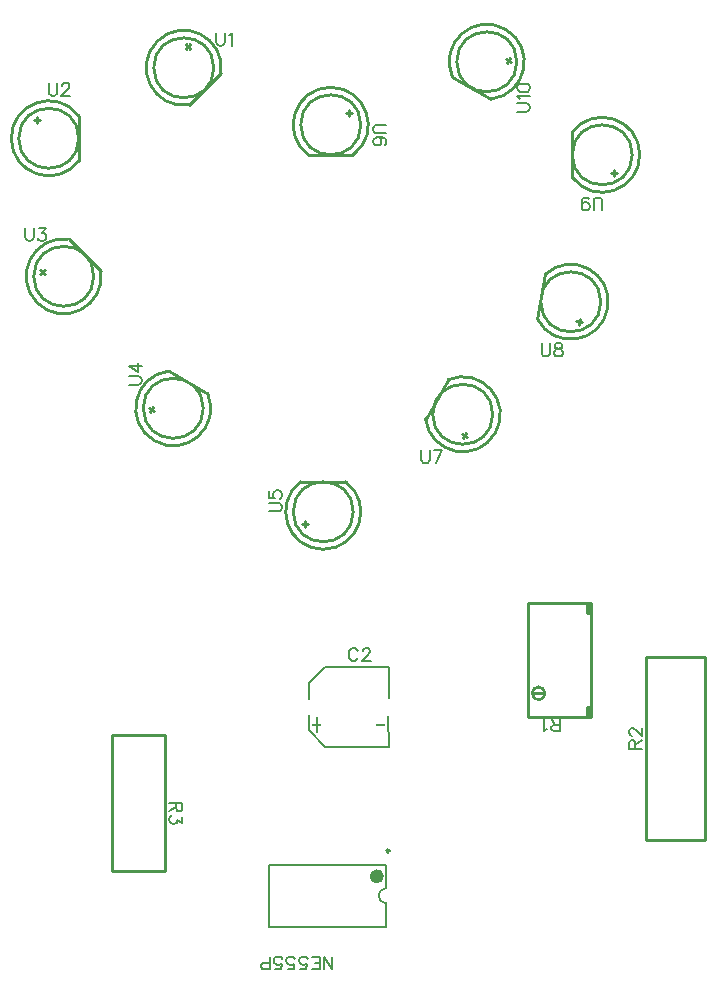
<source format=gto>
G04 Layer: TopSilkscreenLayer*
G04 EasyEDA v6.5.44, 2024-08-08 08:25:12*
G04 3ea92b5279af498992845473a6f1f495,b0d0efe6ac584fe99c24f131b36d675a,10*
G04 Gerber Generator version 0.2*
G04 Scale: 100 percent, Rotated: No, Reflected: No *
G04 Dimensions in millimeters *
G04 leading zeros omitted , absolute positions ,4 integer and 5 decimal *
%FSLAX45Y45*%
%MOMM*%

%ADD10C,0.1524*%
%ADD11C,0.2000*%
%ADD12C,0.2540*%
%ADD13C,0.2500*%
%ADD14C,0.6000*%
%ADD15C,0.0154*%

%LPD*%
D10*
X890778Y-1955292D02*
G01*
X885444Y-1944878D01*
X875029Y-1934463D01*
X864870Y-1929384D01*
X844042Y-1929384D01*
X833628Y-1934463D01*
X823213Y-1944878D01*
X817879Y-1955292D01*
X812800Y-1971039D01*
X812800Y-1996947D01*
X817879Y-2012442D01*
X823213Y-2022855D01*
X833628Y-2033270D01*
X844042Y-2038350D01*
X864870Y-2038350D01*
X875029Y-2033270D01*
X885444Y-2022855D01*
X890778Y-2012442D01*
X930147Y-1955292D02*
G01*
X930147Y-1950212D01*
X935481Y-1939797D01*
X940562Y-1934463D01*
X950976Y-1929384D01*
X971804Y-1929384D01*
X982218Y-1934463D01*
X987297Y-1939797D01*
X992631Y-1950212D01*
X992631Y-1960626D01*
X987297Y-1971039D01*
X976884Y-1986534D01*
X925068Y-2038350D01*
X997712Y-2038350D01*
X673100Y-4649215D02*
G01*
X673100Y-4540250D01*
X673100Y-4649215D02*
G01*
X600455Y-4540250D01*
X600455Y-4649215D02*
G01*
X600455Y-4540250D01*
X566165Y-4649215D02*
G01*
X566165Y-4540250D01*
X566165Y-4649215D02*
G01*
X498602Y-4649215D01*
X566165Y-4597400D02*
G01*
X524510Y-4597400D01*
X566165Y-4540250D02*
G01*
X498602Y-4540250D01*
X401828Y-4649215D02*
G01*
X453897Y-4649215D01*
X458978Y-4602479D01*
X453897Y-4607560D01*
X438150Y-4612894D01*
X422655Y-4612894D01*
X407162Y-4607560D01*
X396747Y-4597400D01*
X391413Y-4581652D01*
X391413Y-4571237D01*
X396747Y-4555744D01*
X407162Y-4545329D01*
X422655Y-4540250D01*
X438150Y-4540250D01*
X453897Y-4545329D01*
X458978Y-4550410D01*
X464312Y-4560823D01*
X294894Y-4649215D02*
G01*
X346710Y-4649215D01*
X352044Y-4602479D01*
X346710Y-4607560D01*
X331215Y-4612894D01*
X315721Y-4612894D01*
X299973Y-4607560D01*
X289560Y-4597400D01*
X284479Y-4581652D01*
X284479Y-4571237D01*
X289560Y-4555744D01*
X299973Y-4545329D01*
X315721Y-4540250D01*
X331215Y-4540250D01*
X346710Y-4545329D01*
X352044Y-4550410D01*
X357123Y-4560823D01*
X187960Y-4649215D02*
G01*
X239776Y-4649215D01*
X245110Y-4602479D01*
X239776Y-4607560D01*
X224281Y-4612894D01*
X208534Y-4612894D01*
X193039Y-4607560D01*
X182626Y-4597400D01*
X177545Y-4581652D01*
X177545Y-4571237D01*
X182626Y-4555744D01*
X193039Y-4545329D01*
X208534Y-4540250D01*
X224281Y-4540250D01*
X239776Y-4545329D01*
X245110Y-4550410D01*
X250189Y-4560823D01*
X143255Y-4649215D02*
G01*
X143255Y-4540250D01*
X143255Y-4649215D02*
G01*
X96520Y-4649215D01*
X80771Y-4644136D01*
X75692Y-4638802D01*
X70357Y-4628387D01*
X70357Y-4612894D01*
X75692Y-4602479D01*
X80771Y-4597400D01*
X96520Y-4592065D01*
X143255Y-4592065D01*
X2597500Y-2630931D02*
G01*
X2597500Y-2521965D01*
X2597500Y-2630931D02*
G01*
X2550764Y-2630931D01*
X2535270Y-2625852D01*
X2529936Y-2620518D01*
X2524856Y-2610104D01*
X2524856Y-2599689D01*
X2529936Y-2589276D01*
X2535270Y-2584195D01*
X2550764Y-2579115D01*
X2597500Y-2579115D01*
X2561178Y-2579115D02*
G01*
X2524856Y-2521965D01*
X2490566Y-2610104D02*
G01*
X2480152Y-2615437D01*
X2464404Y-2630931D01*
X2464404Y-2521965D01*
X3186684Y-2781300D02*
G01*
X3295650Y-2781300D01*
X3186684Y-2781300D02*
G01*
X3186684Y-2734563D01*
X3191763Y-2719070D01*
X3197097Y-2713736D01*
X3207511Y-2708655D01*
X3217925Y-2708655D01*
X3228340Y-2713736D01*
X3233420Y-2719070D01*
X3238500Y-2734563D01*
X3238500Y-2781300D01*
X3238500Y-2744978D02*
G01*
X3295650Y-2708655D01*
X3212591Y-2669031D02*
G01*
X3207511Y-2669031D01*
X3197097Y-2663952D01*
X3191763Y-2658618D01*
X3186684Y-2648204D01*
X3186684Y-2627629D01*
X3191763Y-2617215D01*
X3197097Y-2611881D01*
X3207511Y-2606802D01*
X3217925Y-2606802D01*
X3228340Y-2611881D01*
X3243834Y-2622295D01*
X3295650Y-2674365D01*
X3295650Y-2601468D01*
X-595884Y-3238500D02*
G01*
X-704850Y-3238500D01*
X-595884Y-3238500D02*
G01*
X-595884Y-3285236D01*
X-600963Y-3300729D01*
X-606297Y-3306063D01*
X-616712Y-3311144D01*
X-627126Y-3311144D01*
X-637539Y-3306063D01*
X-642620Y-3300729D01*
X-647700Y-3285236D01*
X-647700Y-3238500D01*
X-647700Y-3274821D02*
G01*
X-704850Y-3311144D01*
X-595884Y-3355847D02*
G01*
X-595884Y-3412997D01*
X-637539Y-3382010D01*
X-637539Y-3397504D01*
X-642620Y-3407918D01*
X-647700Y-3412997D01*
X-663447Y-3418331D01*
X-673862Y-3418331D01*
X-689355Y-3412997D01*
X-699770Y-3402584D01*
X-704850Y-3387089D01*
X-704850Y-3371595D01*
X-699770Y-3355847D01*
X-694689Y-3350768D01*
X-684276Y-3345434D01*
X-307098Y3281248D02*
G01*
X-307098Y3203270D01*
X-302018Y3187776D01*
X-291604Y3177362D01*
X-275856Y3172282D01*
X-265442Y3172282D01*
X-249948Y3177362D01*
X-239534Y3187776D01*
X-234454Y3203270D01*
X-234454Y3281248D01*
X-200164Y3260420D02*
G01*
X-189750Y3265754D01*
X-174002Y3281248D01*
X-174002Y3172282D01*
X-1727200Y2858515D02*
G01*
X-1727200Y2780537D01*
X-1722120Y2765044D01*
X-1711705Y2754629D01*
X-1695957Y2749550D01*
X-1685544Y2749550D01*
X-1670050Y2754629D01*
X-1659636Y2765044D01*
X-1654555Y2780537D01*
X-1654555Y2858515D01*
X-1614931Y2832607D02*
G01*
X-1614931Y2837687D01*
X-1609852Y2848102D01*
X-1604518Y2853436D01*
X-1594104Y2858515D01*
X-1573529Y2858515D01*
X-1563115Y2853436D01*
X-1557781Y2848102D01*
X-1552702Y2837687D01*
X-1552702Y2827273D01*
X-1557781Y2816860D01*
X-1568195Y2801365D01*
X-1620265Y2749550D01*
X-1547368Y2749550D01*
X-1926963Y1628094D02*
G01*
X-1926963Y1550116D01*
X-1921883Y1534622D01*
X-1911469Y1524208D01*
X-1895721Y1519128D01*
X-1885307Y1519128D01*
X-1869813Y1524208D01*
X-1859399Y1534622D01*
X-1854319Y1550116D01*
X-1854319Y1628094D01*
X-1809615Y1628094D02*
G01*
X-1752465Y1628094D01*
X-1783453Y1586438D01*
X-1767959Y1586438D01*
X-1757545Y1581358D01*
X-1752465Y1576278D01*
X-1747131Y1560530D01*
X-1747131Y1550116D01*
X-1752465Y1534622D01*
X-1762879Y1524208D01*
X-1778373Y1519128D01*
X-1793867Y1519128D01*
X-1809615Y1524208D01*
X-1814695Y1529288D01*
X-1820029Y1539702D01*
X-1046533Y299600D02*
G01*
X-968555Y299600D01*
X-953061Y304680D01*
X-942647Y315094D01*
X-937567Y330842D01*
X-937567Y341256D01*
X-942647Y356750D01*
X-953061Y367164D01*
X-968555Y372244D01*
X-1046533Y372244D01*
X-1046533Y458604D02*
G01*
X-973889Y406534D01*
X-973889Y484512D01*
X-1046533Y458604D02*
G01*
X-937567Y458604D01*
X139026Y-771403D02*
G01*
X217004Y-771403D01*
X232498Y-766323D01*
X242912Y-755909D01*
X247992Y-740161D01*
X247992Y-729747D01*
X242912Y-714253D01*
X232498Y-703839D01*
X217004Y-698759D01*
X139026Y-698759D01*
X139026Y-601985D02*
G01*
X139026Y-654055D01*
X185762Y-659135D01*
X180682Y-654055D01*
X175348Y-638307D01*
X175348Y-622813D01*
X180682Y-607319D01*
X190842Y-596905D01*
X206590Y-591571D01*
X217004Y-591571D01*
X232498Y-596905D01*
X242912Y-607319D01*
X247992Y-622813D01*
X247992Y-638307D01*
X242912Y-654055D01*
X237832Y-659135D01*
X227418Y-664469D01*
X1131315Y2501900D02*
G01*
X1053337Y2501900D01*
X1037844Y2496820D01*
X1027429Y2486405D01*
X1022350Y2470657D01*
X1022350Y2460244D01*
X1027429Y2444750D01*
X1037844Y2434336D01*
X1053337Y2429255D01*
X1131315Y2429255D01*
X1115821Y2332481D02*
G01*
X1126236Y2337815D01*
X1131315Y2353310D01*
X1131315Y2363723D01*
X1126236Y2379218D01*
X1110487Y2389631D01*
X1084579Y2394965D01*
X1058671Y2394965D01*
X1037844Y2389631D01*
X1027429Y2379218D01*
X1022350Y2363723D01*
X1022350Y2358389D01*
X1027429Y2342895D01*
X1037844Y2332481D01*
X1053337Y2327402D01*
X1058671Y2327402D01*
X1074165Y2332481D01*
X1084579Y2342895D01*
X1089660Y2358389D01*
X1089660Y2363723D01*
X1084579Y2379218D01*
X1074165Y2389631D01*
X1058671Y2394965D01*
X1425417Y-254805D02*
G01*
X1425417Y-332783D01*
X1430497Y-348277D01*
X1440911Y-358691D01*
X1456659Y-363771D01*
X1467073Y-363771D01*
X1482567Y-358691D01*
X1492981Y-348277D01*
X1498061Y-332783D01*
X1498061Y-254805D01*
X1605249Y-254805D02*
G01*
X1553179Y-363771D01*
X1532351Y-254805D02*
G01*
X1605249Y-254805D01*
X2445110Y652228D02*
G01*
X2445110Y574250D01*
X2450190Y558756D01*
X2460604Y548342D01*
X2476352Y543262D01*
X2486766Y543262D01*
X2502260Y548342D01*
X2512674Y558756D01*
X2517754Y574250D01*
X2517754Y652228D01*
X2578206Y652228D02*
G01*
X2562458Y647148D01*
X2557378Y636734D01*
X2557378Y626320D01*
X2562458Y615906D01*
X2572872Y610572D01*
X2593700Y605492D01*
X2609194Y600412D01*
X2619608Y589998D01*
X2624942Y579584D01*
X2624942Y563836D01*
X2619608Y553422D01*
X2614528Y548342D01*
X2598780Y543262D01*
X2578206Y543262D01*
X2562458Y548342D01*
X2557378Y553422D01*
X2552044Y563836D01*
X2552044Y579584D01*
X2557378Y589998D01*
X2567792Y600412D01*
X2583286Y605492D01*
X2604114Y610572D01*
X2614528Y615906D01*
X2619608Y626320D01*
X2619608Y636734D01*
X2614528Y647148D01*
X2598780Y652228D01*
X2578206Y652228D01*
X2959100Y1776984D02*
G01*
X2959100Y1854962D01*
X2954020Y1870455D01*
X2943606Y1880870D01*
X2927858Y1885950D01*
X2917443Y1885950D01*
X2901950Y1880870D01*
X2891536Y1870455D01*
X2886456Y1854962D01*
X2886456Y1776984D01*
X2784602Y1813305D02*
G01*
X2789681Y1828800D01*
X2800095Y1839213D01*
X2815590Y1844547D01*
X2820924Y1844547D01*
X2836418Y1839213D01*
X2846831Y1828800D01*
X2852165Y1813305D01*
X2852165Y1808226D01*
X2846831Y1792478D01*
X2836418Y1782063D01*
X2820924Y1776984D01*
X2815590Y1776984D01*
X2800095Y1782063D01*
X2789681Y1792478D01*
X2784602Y1813305D01*
X2784602Y1839213D01*
X2789681Y1865376D01*
X2800095Y1880870D01*
X2815590Y1885950D01*
X2826004Y1885950D01*
X2841752Y1880870D01*
X2846831Y1870455D01*
X2238273Y2611097D02*
G01*
X2316251Y2611097D01*
X2331745Y2616177D01*
X2342159Y2626591D01*
X2347239Y2642339D01*
X2347239Y2652753D01*
X2342159Y2668247D01*
X2331745Y2678661D01*
X2316251Y2683741D01*
X2238273Y2683741D01*
X2259101Y2718031D02*
G01*
X2253767Y2728445D01*
X2238273Y2744193D01*
X2347239Y2744193D01*
X2238273Y2809471D02*
G01*
X2243353Y2793977D01*
X2259101Y2783563D01*
X2285009Y2778483D01*
X2300503Y2778483D01*
X2326665Y2783563D01*
X2342159Y2793977D01*
X2347239Y2809471D01*
X2347239Y2819885D01*
X2342159Y2835633D01*
X2326665Y2846047D01*
X2300503Y2851127D01*
X2285009Y2851127D01*
X2259101Y2846047D01*
X2243353Y2835633D01*
X2238273Y2819885D01*
X2238273Y2809471D01*
G36*
X1043787Y-2567584D02*
G01*
X1043787Y-2587396D01*
X1122984Y-2587396D01*
X1122984Y-2567584D01*
G37*
G36*
X502615Y-2567584D02*
G01*
X502615Y-2587396D01*
X581812Y-2587396D01*
X581812Y-2567584D01*
G37*
G36*
X532282Y-2511501D02*
G01*
X532282Y-2643479D01*
X552094Y-2643479D01*
X552094Y-2511501D01*
G37*
X1148361Y-2499626D02*
G01*
X1150365Y-2763265D01*
X614679Y-2763265D01*
X475234Y-2623820D01*
X476570Y-2494279D01*
X1149748Y-2354930D02*
G01*
X1150416Y-2088083D01*
X614796Y-2088083D01*
X475183Y-2227696D01*
X475183Y-2357120D01*
D11*
X1128999Y-4089900D02*
G01*
X1129029Y-4089400D01*
X1129029Y-4290821D01*
X138937Y-4290821D01*
X138937Y-3760978D01*
X1129029Y-3760978D01*
X1129029Y-3962400D01*
X1128999Y-3961899D01*
D12*
X2457800Y-2312415D02*
G01*
X2419700Y-2312415D01*
X2381600Y-2312415D01*
X2419700Y-2312415D01*
X2864200Y-2514600D02*
G01*
X2330800Y-2514600D01*
X2330800Y-1549400D01*
X2864200Y-1549400D01*
X2864200Y-2514600D01*
X2848808Y-2507005D02*
G01*
X2828818Y-2507005D01*
X2828818Y-2430805D01*
X2848808Y-2430805D01*
X2848808Y-2507005D01*
X2848808Y-1633220D02*
G01*
X2828818Y-1633220D01*
X2828818Y-1557020D01*
X2848808Y-1557020D01*
X2848808Y-1633220D01*
X3331400Y-3556297D02*
G01*
X3331400Y-2006345D01*
X3831399Y-2006345D01*
X3331400Y-3556297D02*
G01*
X3831399Y-3556299D01*
X3831399Y-3556299D02*
G01*
X3831399Y-2006345D01*
X-1190200Y-2663499D02*
G01*
X-740199Y-2663499D01*
X-740199Y-2663499D02*
G01*
X-740199Y-3813500D01*
X-740199Y-3813500D02*
G01*
X-1190200Y-3813500D01*
X-1191260Y-3812539D02*
G01*
X-1191260Y-2664460D01*
X-539297Y2670190D02*
G01*
X-269890Y2939597D01*
X-566239Y3182066D02*
G01*
X-530318Y3146145D01*
X-530318Y3182066D02*
G01*
X-566239Y3146145D01*
X-1473200Y2197100D02*
G01*
X-1473200Y2578100D01*
X-1854200Y2540000D02*
G01*
X-1803400Y2540000D01*
X-1828800Y2565400D02*
G01*
X-1828800Y2514600D01*
X-1285890Y1264102D02*
G01*
X-1555297Y1533509D01*
X-1797766Y1237160D02*
G01*
X-1761845Y1273081D01*
X-1797766Y1273081D02*
G01*
X-1761845Y1237160D01*
X-381121Y226321D02*
G01*
X-711078Y416821D01*
X-868583Y67815D02*
G01*
X-843183Y111808D01*
X-877879Y102511D02*
G01*
X-833884Y77111D01*
X787400Y-520700D02*
G01*
X406400Y-520700D01*
X444500Y-901700D02*
G01*
X444500Y-850900D01*
X419100Y-876300D02*
G01*
X469900Y-876300D01*
X469900Y2247900D02*
G01*
X850900Y2247900D01*
X812800Y2628900D02*
G01*
X812800Y2578100D01*
X838200Y2603500D02*
G01*
X787400Y2603500D01*
X1653278Y342778D02*
G01*
X1462778Y12821D01*
X1811784Y-144683D02*
G01*
X1767791Y-119283D01*
X1777088Y-153979D02*
G01*
X1802488Y-109984D01*
X2475339Y1235011D02*
G01*
X2409179Y859800D01*
X2791005Y831161D02*
G01*
X2740977Y839983D01*
X2761581Y810559D02*
G01*
X2770403Y860587D01*
X2705100Y2438400D02*
G01*
X2705100Y2057400D01*
X3086100Y2095500D02*
G01*
X3035300Y2095500D01*
X3060700Y2070100D02*
G01*
X3060700Y2120900D01*
X1689221Y2910578D02*
G01*
X2019178Y2720078D01*
X2176683Y3069084D02*
G01*
X2151283Y3025091D01*
X2185979Y3034388D02*
G01*
X2141984Y3059788D01*
D11*
G75*
G01*
X1129000Y-3961900D02*
G03*
X1129000Y-4088900I0J-63500D01*
D13*
G75*
G01*
X1158494Y-3644900D02*
G03*
X1158494Y-3645154I-12499J-127D01*
D14*
G75*
G01*
X1080008Y-3860800D02*
G03*
X1080008Y-3861308I-29999J-254D01*
D12*
G75*
G01*
X2365733Y-2312416D02*
G03*
X2365733Y-2311400I53998J508D01*
G75*
G01*
X-539298Y2670190D02*
G02*
X-269890Y2939598I-44901J314309D01*
G75*
G01*
X-1473200Y2197100D02*
G02*
X-1473200Y2578100I-254000J190500D01*
G75*
G01*
X-1285890Y1264102D02*
G02*
X-1555298Y1533510I-314309J-44901D01*
G75*
G01*
X-381122Y226322D02*
G02*
X-711078Y416822I-291978J-124721D01*
G75*
G01*
X787400Y-520700D02*
G02*
X406400Y-520700I-190500J-254000D01*
G75*
G01*
X469900Y2247900D02*
G02*
X850900Y2247900I190500J254000D01*
G75*
G01*
X1653278Y342778D02*
G02*
X1462778Y12822I124721J-291978D01*
G75*
G01*
X2475339Y1235011D02*
G02*
X2409180Y859800I217062J-231712D01*
G75*
G01*
X2705100Y2438400D02*
G02*
X2705100Y2057400I254000J-190500D01*
G75*
G01*
X1689222Y2910578D02*
G02*
X2019178Y2720078I291978J124721D01*
G75*
G01
X-330200Y2984500D02*
G03X-330200Y2984500I-254000J0D01*
G75*
G01
X-1473200Y2387600D02*
G03X-1473200Y2387600I-254000J0D01*
G75*
G01
X-1346200Y1219200D02*
G03X-1346200Y1219200I-254000J0D01*
G75*
G01
X-419100Y101600D02*
G03X-419100Y101600I-254000J0D01*
G75*
G01
X850900Y-774700D02*
G03X850900Y-774700I-254000J0D01*
G75*
G01
X914400Y2501900D02*
G03X914400Y2501900I-254000J0D01*
G75*
G01
X2032000Y50800D02*
G03X2032000Y50800I-254000J0D01*
G75*
G01
X2946400Y1003300D02*
G03X2946400Y1003300I-254000J0D01*
G75*
G01
X3213100Y2247900D02*
G03X3213100Y2247900I-254000J0D01*
G75*
G01
X2235200Y3035300D02*
G03X2235200Y3035300I-254000J0D01*
M02*

</source>
